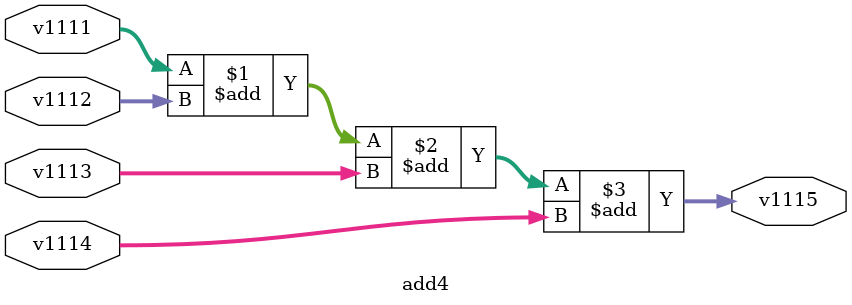
<source format=v>
`timescale 1ns / 1ps


module add4(v1111,v1112,v1113,v1114,v1115);

        input [1:0]v1111,v1112,v1113,v1114;
        output [1:0] v1115;
        
        assign v1115 = v1111+v1112+v1113+v1114;
        
endmodule

</source>
